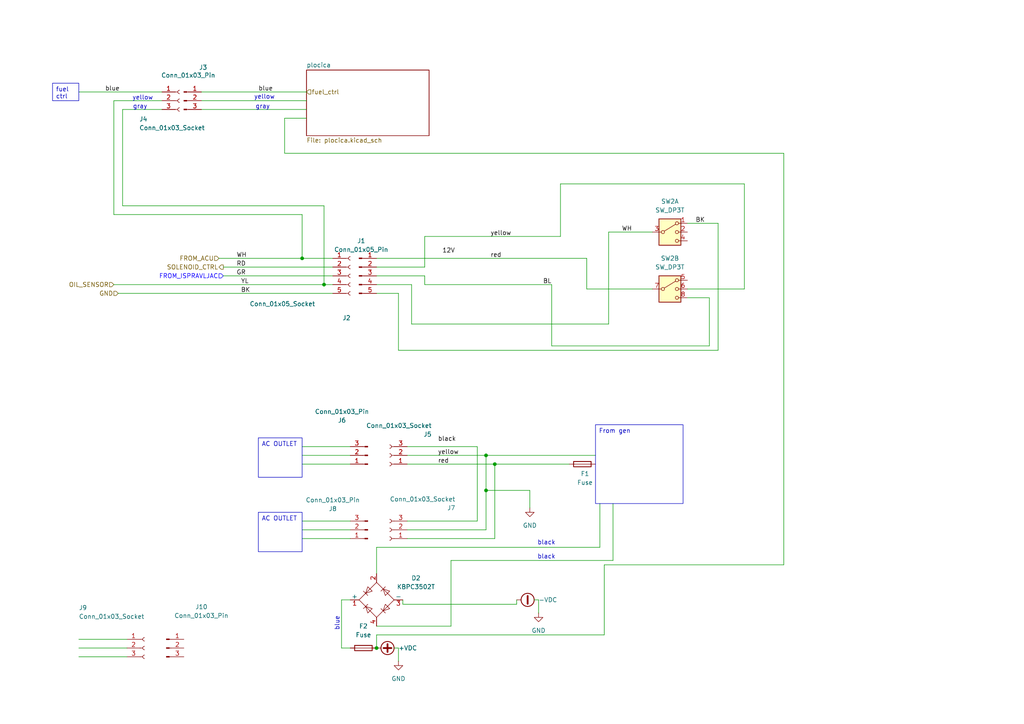
<source format=kicad_sch>
(kicad_sch (version 20231120) (generator "eeschema") (generator_version "8.0")
  (paper "A4")
  (lib_symbols
    (symbol "Connector:Conn_01x03_Pin" (pin_names (offset 1.016) hide)
      (property "Reference" "J" (at 0 5.08 0))
      (property "Value" "Conn_01x03_Pin" (at 0 -5.08 0))
      (symbol "Conn_01x03_Pin_1_1"
        (polyline (pts (xy 1.27 -2.54) (xy 0.8636 -2.54)) (stroke (width 0.1524)))
        (polyline (pts (xy 1.27 0) (xy 0.8636 0)) (stroke (width 0.1524)))
        (polyline (pts (xy 1.27 2.54) (xy 0.8636 2.54)) (stroke (width 0.1524)))
        (rectangle (start 0.8636 -2.413) (end 0 -2.667) (stroke (width 0.1524)) (fill (type outline)))
        (rectangle (start 0.8636 0.127) (end 0 -0.127) (stroke (width 0.1524)) (fill (type outline)))
        (rectangle (start 0.8636 2.667) (end 0 2.413) (stroke (width 0.1524)) (fill (type outline)))
        (pin passive line (at 5.08 2.54 180) (length 3.81) (name "Pin_1") (number "1"))
        (pin passive line (at 5.08 0 180) (length 3.81) (name "Pin_2") (number "2"))
        (pin passive line (at 5.08 -2.54 180) (length 3.81) (name "Pin_3") (number "3"))
      )
    )
    (symbol "Connector:Conn_01x03_Socket" (pin_names (offset 1.016) hide)
      (property "Reference" "J" (at 0 5.08 0))
      (property "Value" "Conn_01x03_Socket" (at 0 -5.08 0))
      (symbol "Conn_01x03_Socket_1_1"
        (arc (start 0 -2.032) (mid -0.5058 -2.54) (end 0 -3.048) (stroke (width 0.1524)))
        (polyline (pts (xy -1.27 -2.54) (xy -0.508 -2.54)) (stroke (width 0.1524)))
        (polyline (pts (xy -1.27 0) (xy -0.508 0)) (stroke (width 0.1524)))
        (polyline (pts (xy -1.27 2.54) (xy -0.508 2.54)) (stroke (width 0.1524)))
        (arc (start 0 0.508) (mid -0.5058 0) (end 0 -0.508) (stroke (width 0.1524)))
        (arc (start 0 3.048) (mid -0.5058 2.54) (end 0 2.032) (stroke (width 0.1524)))
        (pin passive line (at -5.08 2.54 0) (length 3.81) (name "Pin_1") (number "1"))
        (pin passive line (at -5.08 0 0) (length 3.81) (name "Pin_2") (number "2"))
        (pin passive line (at -5.08 -2.54 0) (length 3.81) (name "Pin_3") (number "3"))
      )
    )
    (symbol "Connector:Conn_01x05_Pin" (pin_names (offset 1.016) hide)
      (property "Reference" "J" (at 0 7.62 0))
      (property "Value" "Conn_01x05_Pin" (at 0 -7.62 0))
      (symbol "Conn_01x05_Pin_1_1"
        (polyline (pts (xy 1.27 -5.08) (xy 0.8636 -5.08)) (stroke (width 0.1524)))
        (polyline (pts (xy 1.27 -2.54) (xy 0.8636 -2.54)) (stroke (width 0.1524)))
        (polyline (pts (xy 1.27 0) (xy 0.8636 0)) (stroke (width 0.1524)))
        (polyline (pts (xy 1.27 2.54) (xy 0.8636 2.54)) (stroke (width 0.1524)))
        (polyline (pts (xy 1.27 5.08) (xy 0.8636 5.08)) (stroke (width 0.1524)))
        (rectangle (start 0.8636 -4.953) (end 0 -5.207) (stroke (width 0.1524)) (fill (type outline)))
        (rectangle (start 0.8636 -2.413) (end 0 -2.667) (stroke (width 0.1524)) (fill (type outline)))
        (rectangle (start 0.8636 0.127) (end 0 -0.127) (stroke (width 0.1524)) (fill (type outline)))
        (rectangle (start 0.8636 2.667) (end 0 2.413) (stroke (width 0.1524)) (fill (type outline)))
        (rectangle (start 0.8636 5.207) (end 0 4.953) (stroke (width 0.1524)) (fill (type outline)))
        (pin passive line (at 5.08 5.08 180) (length 3.81) (name "Pin_1") (number "1"))
        (pin passive line (at 5.08 2.54 180) (length 3.81) (name "Pin_2") (number "2"))
        (pin passive line (at 5.08 0 180) (length 3.81) (name "Pin_3") (number "3"))
        (pin passive line (at 5.08 -2.54 180) (length 3.81) (name "Pin_4") (number "4"))
        (pin passive line (at 5.08 -5.08 180) (length 3.81) (name "Pin_5") (number "5"))
      )
    )
    (symbol "Connector:Conn_01x05_Socket" (pin_names (offset 1.016) hide)
      (property "Reference" "J" (at 0 7.62 0))
      (property "Value" "Conn_01x05_Socket" (at 0 -7.62 0))
      (symbol "Conn_01x05_Socket_1_1"
        (arc (start 0 -4.572) (mid -0.5058 -5.08) (end 0 -5.588) (stroke (width 0.1524)))
        (arc (start 0 -2.032) (mid -0.5058 -2.54) (end 0 -3.048) (stroke (width 0.1524)))
        (polyline (pts (xy -1.27 -5.08) (xy -0.508 -5.08)) (stroke (width 0.1524)))
        (polyline (pts (xy -1.27 -2.54) (xy -0.508 -2.54)) (stroke (width 0.1524)))
        (polyline (pts (xy -1.27 0) (xy -0.508 0)) (stroke (width 0.1524)))
        (polyline (pts (xy -1.27 2.54) (xy -0.508 2.54)) (stroke (width 0.1524)))
        (polyline (pts (xy -1.27 5.08) (xy -0.508 5.08)) (stroke (width 0.1524)))
        (arc (start 0 0.508) (mid -0.5058 0) (end 0 -0.508) (stroke (width 0.1524)))
        (arc (start 0 3.048) (mid -0.5058 2.54) (end 0 2.032) (stroke (width 0.1524)))
        (arc (start 0 5.588) (mid -0.5058 5.08) (end 0 4.572) (stroke (width 0.1524)))
        (pin passive line (at -5.08 5.08 0) (length 3.81) (name "Pin_1") (number "1"))
        (pin passive line (at -5.08 2.54 0) (length 3.81) (name "Pin_2") (number "2"))
        (pin passive line (at -5.08 0 0) (length 3.81) (name "Pin_3") (number "3"))
        (pin passive line (at -5.08 -2.54 0) (length 3.81) (name "Pin_4") (number "4"))
        (pin passive line (at -5.08 -5.08 0) (length 3.81) (name "Pin_5") (number "5"))
      )
    )
    (symbol "Device:Fuse" (pin_numbers hide) (pin_names (offset 0))
      (property "Reference" "F" (at 2.032 0 90))
      (property "Value" "Fuse" (at -1.905 0 90))
      (symbol "Fuse_0_1"
        (rectangle (start -0.762 -2.54) (end 0.762 2.54) (stroke (width 0.254)))
        (polyline (pts (xy 0 2.54) (xy 0 -2.54)))
      )
      (symbol "Fuse_1_1"
        (pin passive line (at 0 3.81 270) (length 1.27) (name "~") (number "1"))
        (pin passive line (at 0 -3.81 90) (length 1.27) (name "~") (number "2"))
      )
    )
    (symbol "Diode_Bridge:KBPC3502T" (pin_names (offset 0))
      (property "Reference" "D" (at 7.62 7.62 0))
      (property "Value" "KBPC3502T" (at 7.62 5.08 0))
      (symbol "KBPC3502T_0_1"
        (polyline (pts (xy -2.54 3.81) (xy -1.27 2.54)))
        (polyline (pts (xy -1.27 -2.54) (xy -2.54 -3.81)))
        (polyline (pts (xy 2.54 -1.27) (xy 3.81 -2.54)))
        (polyline (pts (xy 2.54 1.27) (xy 3.81 2.54)))
        (polyline (pts (xy -3.81 2.54) (xy -2.54 1.27) (xy -1.905 3.175) (xy -3.81 2.54)))
        (polyline (pts (xy -2.54 -1.27) (xy -3.81 -2.54) (xy -1.905 -3.175) (xy -2.54 -1.27)))
        (polyline (pts (xy 1.27 2.54) (xy 2.54 3.81) (xy 3.175 1.905) (xy 1.27 2.54)))
        (polyline (pts (xy 3.175 -1.905) (xy 1.27 -2.54) (xy 2.54 -3.81) (xy 3.175 -1.905)))
        (polyline (pts (xy -5.08 0) (xy 0 -5.08) (xy 5.08 0) (xy 0 5.08) (xy -5.08 0)))
      )
      (symbol "KBPC3502T_1_1"
        (pin passive line (at 7.62 0 180) (length 2.54) (name "+") (number "1"))
        (pin passive line (at 0 -7.62 90) (length 2.54) (name "~") (number "2"))
        (pin passive line (at -7.62 0 0) (length 2.54) (name "-") (number "3"))
        (pin passive line (at 0 7.62 270) (length 2.54) (name "~") (number "4"))
      )
    )
    (symbol "Switch:SW_DP3T" (pin_names (offset 0) hide)
      (property "Reference" "SW" (at 0 5.08 0))
      (property "Value" "SW_DP3T" (at 0 -5.08 0))
      (symbol "SW_DP3T_0_1"
        (rectangle (start -3.175 3.81) (end 3.175 -3.81) (stroke (width 0.254)) (fill (type background)))
        (circle (center -2.032 0) (radius 0.4572))
        (polyline (pts (xy -1.651 0.254) (xy 1.651 2.286)))
        (circle (center 2.032 -2.54) (radius 0.4572))
        (circle (center 2.032 0) (radius 0.4572))
        (circle (center 2.032 2.54) (radius 0.4572))
      )
      (symbol "SW_DP3T_1_1"
        (pin passive line (at 5.08 2.54 180) (length 2.54) (name "1") (number "1"))
        (pin passive line (at 5.08 0 180) (length 2.54) (name "2") (number "2"))
        (pin passive line (at -5.08 0 0) (length 2.54) (name "3") (number "3"))
        (pin passive line (at 5.08 -2.54 180) (length 2.54) (name "4") (number "4"))
      )
      (symbol "SW_DP3T_2_1"
        (pin passive line (at 5.08 2.54 180) (length 2.54) (name "5") (number "5"))
        (pin passive line (at 5.08 0 180) (length 2.54) (name "6") (number "6"))
        (pin passive line (at -5.08 0 0) (length 2.54) (name "7") (number "7"))
        (pin passive line (at 5.08 -2.54 180) (length 2.54) (name "8") (number "8"))
      )
    )
    (symbol "power:+VDC" (power) (pin_numbers hide) (pin_names (offset 0) hide)
      (property "Value" "+VDC" (at 0 6.35 0))
      (symbol "+VDC_0_1"
        (polyline (pts (xy -1.143 3.175) (xy 1.143 3.175)) (stroke (width 0.508)))
        (polyline (pts (xy 0 0) (xy 0 1.27)))
        (polyline (pts (xy 0 2.032) (xy 0 4.318)) (stroke (width 0.508)))
        (circle (center 0 3.175) (radius 1.905) (stroke (width 0.254)))
      )
      (symbol "+VDC_1_1"
        (pin power_in line (at 0 0 90) (length 0) (name "~") (number "1"))
      )
    )
    (symbol "power:-VDC" (power) (pin_numbers hide) (pin_names (offset 0) hide)
      (property "Value" "-VDC" (at 0 6.35 0))
      (symbol "-VDC_0_1"
        (polyline (pts (xy -1.143 3.175) (xy 1.143 3.175)) (stroke (width 0.508)))
        (polyline (pts (xy 0 0) (xy 0 1.27)))
        (circle (center 0 3.175) (radius 1.905) (stroke (width 0.254)))
      )
      (symbol "-VDC_1_1"
        (pin power_in line (at 0 0 90) (length 0) (name "~") (number "1"))
      )
    )
    (symbol "power:GND" (power) (pin_numbers hide) (pin_names (offset 0) hide)
      (property "Value" "GND" (at 0 -3.81 0))
      (symbol "GND_0_1"
        (polyline (pts (xy 0 0) (xy 0 -1.27) (xy 1.27 -1.27) (xy 0 -2.54) (xy -1.27 -1.27) (xy 0 -1.27)))
      )
      (symbol "GND_1_1"
        (pin power_in line (at 0 0 270) (length 0) (name "~") (number "1"))
      )
    )
  )
  (junction (at 140.97 142.24))
  (junction (at 143.51 134.62))
  (junction (at 109.22 187.96))
  (junction (at 87.63 74.93))
  (junction (at 93.98 82.55))
  (junction (at 140.97 132.08))
  (wire (pts (xy 114.3 187.96) (xy 115.57 187.96)))
  (wire (pts (xy 87.63 151.13) (xy 101.6 151.13)))
  (wire (pts (xy 33.02 82.55) (xy 93.98 82.55)))
  (wire (pts (xy 140.97 142.24) (xy 153.67 142.24)))
  (wire (pts (xy 154.94 173.99) (xy 156.21 173.99)))
  (wire (pts (xy 162.56 53.34) (xy 215.9 53.34)))
  (wire (pts (xy 22.86 185.42) (xy 36.83 185.42)))
  (wire (pts (xy 87.63 132.08) (xy 101.6 132.08)))
  (wire (pts (xy 99.06 187.96) (xy 101.6 187.96)))
  (wire (pts (xy 87.63 129.54) (xy 101.6 129.54)))
  (wire (pts (xy 109.22 184.15) (xy 175.26 184.15)))
  (wire (pts (xy 140.97 132.08) (xy 172.72 132.08)))
  (wire (pts (xy 22.86 190.5) (xy 36.83 190.5)))
  (wire (pts (xy 176.53 67.31) (xy 189.23 67.31)))
  (wire (pts (xy 101.6 173.99) (xy 99.06 173.99)))
  (wire (pts (xy 215.9 83.82) (xy 199.39 83.82)))
  (wire (pts (xy 123.19 77.47) (xy 123.19 68.58)))
  (wire (pts (xy 177.8 146.05) (xy 177.8 162.56)))
  (wire (pts (xy 177.8 162.56) (xy 130.81 162.56)))
  (wire (pts (xy 160.02 100.33) (xy 205.74 100.33)))
  (wire (pts (xy 149.86 173.99) (xy 149.86 175.26)))
  (wire (pts (xy 175.26 184.15) (xy 175.26 163.83)))
  (wire (pts (xy 93.98 82.55) (xy 96.52 82.55)))
  (wire (pts (xy 46.99 29.21) (xy 33.02 29.21)))
  (wire (pts (xy 138.43 129.54) (xy 118.11 129.54)))
  (wire (pts (xy 215.9 53.34) (xy 215.9 83.82)))
  (wire (pts (xy 82.55 44.45) (xy 82.55 34.29)))
  (wire (pts (xy 87.63 156.21) (xy 101.6 156.21)))
  (wire (pts (xy 115.57 101.6) (xy 115.57 85.09)))
  (wire (pts (xy 87.63 134.62) (xy 101.6 134.62)))
  (wire (pts (xy 115.57 187.96) (xy 115.57 191.77)))
  (wire (pts (xy 35.56 31.75) (xy 35.56 59.69)))
  (wire (pts (xy 123.19 77.47) (xy 109.22 77.47)))
  (wire (pts (xy 109.22 187.96) (xy 109.22 184.15)))
  (wire (pts (xy 64.77 77.47) (xy 96.52 77.47)))
  (wire (pts (xy 46.99 31.75) (xy 35.56 31.75)))
  (wire (pts (xy 173.99 158.75) (xy 109.22 158.75)))
  (wire (pts (xy 160.02 82.55) (xy 160.02 100.33)))
  (wire (pts (xy 33.02 62.23) (xy 87.63 62.23)))
  (wire (pts (xy 205.74 86.36) (xy 199.39 86.36)))
  (wire (pts (xy 116.84 175.26) (xy 116.84 173.99)))
  (wire (pts (xy 109.22 158.75) (xy 109.22 166.37)))
  (wire (pts (xy 153.67 142.24) (xy 153.67 147.32)))
  (wire (pts (xy 58.42 31.75) (xy 88.9 31.75)))
  (wire (pts (xy 170.18 74.93) (xy 170.18 83.82)))
  (wire (pts (xy 118.11 151.13) (xy 138.43 151.13)))
  (wire (pts (xy 58.42 29.21) (xy 88.9 29.21)))
  (wire (pts (xy 156.21 173.99) (xy 156.21 177.8)))
  (wire (pts (xy 130.81 162.56) (xy 130.81 181.61)))
  (wire (pts (xy 173.99 146.05) (xy 173.99 158.75)))
  (wire (pts (xy 34.29 85.09) (xy 96.52 85.09)))
  (wire (pts (xy 99.06 173.99) (xy 99.06 187.96)))
  (wire (pts (xy 82.55 34.29) (xy 88.9 34.29)))
  (wire (pts (xy 143.51 134.62) (xy 165.1 134.62)))
  (wire (pts (xy 118.11 134.62) (xy 143.51 134.62)))
  (wire (pts (xy 22.86 26.67) (xy 46.99 26.67)))
  (wire (pts (xy 170.18 83.82) (xy 189.23 83.82)))
  (wire (pts (xy 63.5 74.93) (xy 87.63 74.93)))
  (wire (pts (xy 64.77 80.01) (xy 96.52 80.01)))
  (wire (pts (xy 140.97 153.67) (xy 118.11 153.67)))
  (wire (pts (xy 119.38 93.98) (xy 176.53 93.98)))
  (wire (pts (xy 93.98 59.69) (xy 93.98 82.55)))
  (wire (pts (xy 143.51 156.21) (xy 118.11 156.21)))
  (wire (pts (xy 130.81 181.61) (xy 109.22 181.61)))
  (wire (pts (xy 140.97 142.24) (xy 140.97 153.67)))
  (wire (pts (xy 115.57 85.09) (xy 109.22 85.09)))
  (wire (pts (xy 118.11 132.08) (xy 140.97 132.08)))
  (wire (pts (xy 199.39 64.77) (xy 208.28 64.77)))
  (wire (pts (xy 162.56 68.58) (xy 162.56 53.34)))
  (wire (pts (xy 176.53 93.98) (xy 176.53 67.31)))
  (wire (pts (xy 227.33 163.83) (xy 227.33 44.45)))
  (wire (pts (xy 58.42 26.67) (xy 88.9 26.67)))
  (wire (pts (xy 208.28 64.77) (xy 208.28 101.6)))
  (wire (pts (xy 35.56 59.69) (xy 93.98 59.69)))
  (wire (pts (xy 87.63 74.93) (xy 96.52 74.93)))
  (wire (pts (xy 123.19 68.58) (xy 162.56 68.58)))
  (wire (pts (xy 33.02 29.21) (xy 33.02 62.23)))
  (wire (pts (xy 205.74 100.33) (xy 205.74 86.36)))
  (wire (pts (xy 87.63 153.67) (xy 101.6 153.67)))
  (wire (pts (xy 140.97 132.08) (xy 140.97 142.24)))
  (wire (pts (xy 22.86 187.96) (xy 36.83 187.96)))
  (wire (pts (xy 109.22 82.55) (xy 119.38 82.55)))
  (wire (pts (xy 119.38 82.55) (xy 119.38 93.98)))
  (wire (pts (xy 208.28 101.6) (xy 115.57 101.6)))
  (wire (pts (xy 109.22 80.01) (xy 123.19 80.01)))
  (wire (pts (xy 123.19 82.55) (xy 123.19 80.01)))
  (wire (pts (xy 123.19 82.55) (xy 160.02 82.55)))
  (wire (pts (xy 143.51 134.62) (xy 143.51 156.21)))
  (wire (pts (xy 227.33 44.45) (xy 82.55 44.45)))
  (wire (pts (xy 87.63 62.23) (xy 87.63 74.93)))
  (wire (pts (xy 138.43 151.13) (xy 138.43 129.54)))
  (wire (pts (xy 149.86 175.26) (xy 116.84 175.26)))
  (wire (pts (xy 109.22 74.93) (xy 170.18 74.93)))
  (wire (pts (xy 175.26 163.83) (xy 227.33 163.83)))
  (text_box "fuel ctrl" (at 15.24 24.13 0) (size 7.62 5.08) (effects (font (size 1.27 1.27)) (justify left top)))
  (text_box "AC OUTLET\n" (at 74.93 127 0) (size 12.7 11.43) (effects (font (size 1.27 1.27)) (justify left top)))
  (text_box "AC OUTLET\n" (at 74.93 148.59 0) (size 12.7 11.43) (effects (font (size 1.27 1.27)) (justify left top)))
  (text_box "From gen\n" (at 172.72 123.19 0) (size 25.4 22.86) (effects (font (size 1.27 1.27)) (justify left top)))
  (text "gray\n" (at 76.2 30.988 0) (effects (font (size 1.27 1.27))))
  (text "yellow\n" (at 76.708 28.194 0) (effects (font (size 1.27 1.27))))
  (text "yellow\n" (at 41.402 28.448 0) (effects (font (size 1.27 1.27))))
  (text "black\n\nblack\n" (at 158.496 159.512 0) (effects (font (size 1.27 1.27))))
  (text "gray\n" (at 40.64 30.988 0) (effects (font (size 1.27 1.27))))
  (text "blue\n" (at 97.79 180.848 90) (effects (font (size 1.27 1.27))))
  (label "yellow" (at 142.24 68.58 0))
  (label "black" (at 127 128.27 0))
  (label "BK" (at 204.47 64.77 180))
  (label "yellow" (at 127 132.08 0))
  (label "RD" (at 68.58 77.47 0))
  (label "YL" (at 69.85 82.55 0))
  (label "12V" (at 128.27 73.66 0))
  (label "blue" (at 30.48 26.67 0))
  (label "WH" (at 180.34 67.31 0))
  (label "blue" (at 74.93 26.67 0))
  (label "red" (at 142.24 74.93 0))
  (label "BL" (at 157.48 82.55 0))
  (label "WH" (at 68.58 74.93 0))
  (label "red" (at 127 134.62 0))
  (label "GR" (at 68.58 80.01 0))
  (label "BK" (at 69.85 85.09 0))
  (hierarchical_label "OIL_SENSOR" (shape input) (at 33.02 82.55 180))
  (hierarchical_label "fuel_ctrl" (shape input) (at 88.9 26.67 0))
  (hierarchical_label "GND" (shape input) (at 34.29 85.09 180))
  (hierarchical_label "SOLENOID_CTRL" (shape output) (at 64.77 77.47 180))
  (hierarchical_label "FROM_ACU" (shape input) (at 63.5 74.93 180))
  (hierarchical_label "FROM_ISPRAVLJAC" (shape input) (at 64.77 80.01 180))
  (symbol (lib_id "Diode_Bridge:KBPC3502T") (at 109.22 173.99 180) (unit 1)
    (property "Reference" "D2" (at 120.65 167.6714 0))
    (property "Value" "KBPC3502T" (at 120.65 170.2114 0))
    (property "Footprint" "Diode_THT:Diode_Bridge_Round_D9.8mm" (effects (hide yes)))
    (property "Datasheet" "https://www.diodemodule.com/bridge-rectifier/kbpc/kbpc3502t.pdf" (effects (hide yes)))
    (property "Description" "Single-Phase Bridge Rectifier, 140V Vrms, 35A If, KBPC-T(FP)" (effects (hide yes)))
  )
  (symbol (lib_id "power:+VDC") (at 109.22 187.96 270) (unit 1)
    (property "Reference" "#PWR04" (effects (hide yes)))
    (property "Value" "+VDC" (at 115.57 187.9599 90) (effects (justify left)))
    (property "Description" "Power symbol creates a global label with name \"+VDC\"" (effects (hide yes)))
  )
  (symbol (lib_id "power:GND") (at 115.57 191.77 0) (unit 1)
    (property "Reference" "#PWR07" (effects (hide yes)))
    (property "Value" "GND" (at 115.57 196.85 0))
    (property "Description" "Power symbol creates a global label with name \"GND\" , ground" (effects (hide yes)))
  )
  (symbol (lib_id "Device:Fuse") (at 105.41 187.96 270) (unit 1)
    (property "Reference" "F2" (at 105.41 181.61 90))
    (property "Value" "Fuse" (at 105.41 184.15 90))
    (property "Description" "Fuse" (effects (hide yes)))
  )
  (symbol (lib_id "Connector:Conn_01x03_Socket") (at 113.03 132.08 180) (unit 1)
    (property "Reference" "J5" (at 125.222 125.984 0) (effects (justify left)))
    (property "Value" "Conn_01x03_Socket" (at 125.222 123.444 0) (effects (justify left)))
    (property "Description" "Generic connector, single row, 01x03, script generated" (effects (hide yes)))
  )
  (symbol (lib_id "Connector:Conn_01x05_Socket") (at 101.6 80.01 0) (unit 1)
    (property "Reference" "J2" (at 99.314 92.202 0) (effects (justify left)))
    (property "Value" "Conn_01x05_Socket" (at 72.39 88.138 0) (effects (justify left)))
    (property "Description" "Generic connector, single row, 01x05, script generated" (effects (hide yes)))
  )
  (symbol (lib_id "power:GND") (at 156.21 177.8 0) (unit 1)
    (property "Reference" "#PWR06" (effects (hide yes)))
    (property "Value" "GND" (at 156.21 182.88 0))
    (property "Description" "Power symbol creates a global label with name \"GND\" , ground" (effects (hide yes)))
  )
  (symbol (lib_id "power:-VDC") (at 149.86 173.99 270) (unit 1)
    (property "Reference" "#PWR05" (effects (hide yes)))
    (property "Value" "-VDC" (at 156.21 173.9899 90) (effects (justify left)))
    (property "Description" "Power symbol creates a global label with name \"-VDC\"" (effects (hide yes)))
  )
  (symbol (lib_id "Connector:Conn_01x03_Pin") (at 48.26 187.96 0) (unit 1)
    (property "Reference" "J10" (at 58.42 176.022 0))
    (property "Value" "Conn_01x03_Pin" (at 58.42 178.562 0))
    (property "Description" "Generic connector, single row, 01x03, script generated" (effects (hide yes)))
  )
  (symbol (lib_id "Device:Fuse") (at 168.91 134.62 90) (unit 1)
    (property "Reference" "F1" (at 169.672 137.414 90))
    (property "Value" "Fuse" (at 169.672 139.954 90))
    (property "Description" "Fuse" (effects (hide yes)))
  )
  (symbol (lib_id "Switch:SW_DP3T") (at 194.31 83.82 0) (unit 2)
    (property "Reference" "SW2" (at 194.31 74.93 0))
    (property "Value" "SW_DP3T" (at 194.31 77.47 0))
    (property "Description" "Switch, three position, dual pole triple throw, 3 position switch, SP3T" (effects (hide yes)))
  )
  (symbol (lib_id "Connector:Conn_01x05_Pin") (at 104.14 80.01 0) (unit 1)
    (property "Reference" "J1" (at 104.775 69.85 0))
    (property "Value" "Conn_01x05_Pin" (at 104.775 72.39 0))
    (property "Description" "Generic connector, single row, 01x05, script generated" (effects (hide yes)))
  )
  (symbol (lib_id "Connector:Conn_01x03_Pin") (at 53.34 29.21 0) (unit 1)
    (property "Reference" "J3" (at 58.928 19.558 0))
    (property "Value" "Conn_01x03_Pin" (at 54.61 21.844 0))
    (property "Description" "Generic connector, single row, 01x03, script generated" (effects (hide yes)))
  )
  (symbol (lib_id "Connector:Conn_01x03_Socket") (at 52.07 29.21 0) (unit 1)
    (property "Reference" "J4" (at 40.386 34.544 0) (effects (justify left)))
    (property "Value" "Conn_01x03_Socket" (at 40.386 37.084 0) (effects (justify left)))
    (property "Description" "Generic connector, single row, 01x03, script generated" (effects (hide yes)))
  )
  (symbol (lib_id "Connector:Conn_01x03_Socket") (at 113.03 153.67 180) (unit 1)
    (property "Reference" "J7" (at 132.08 147.32 0) (effects (justify left)))
    (property "Value" "Conn_01x03_Socket" (at 132.08 144.78 0) (effects (justify left)))
    (property "Description" "Generic connector, single row, 01x03, script generated" (effects (hide yes)))
  )
  (symbol (lib_id "Connector:Conn_01x03_Pin") (at 106.68 153.67 180) (unit 1)
    (property "Reference" "J8" (at 96.52 147.574 0))
    (property "Value" "Conn_01x03_Pin" (at 96.52 145.034 0))
    (property "Description" "Generic connector, single row, 01x03, script generated" (effects (hide yes)))
  )
  (symbol (lib_id "Connector:Conn_01x03_Pin") (at 106.68 132.08 180) (unit 1)
    (property "Reference" "J6" (at 99.187 121.92 0))
    (property "Value" "Conn_01x03_Pin" (at 99.187 119.38 0))
    (property "Description" "Generic connector, single row, 01x03, script generated" (effects (hide yes)))
  )
  (symbol (lib_id "Connector:Conn_01x03_Socket") (at 41.91 187.96 0) (unit 1)
    (property "Reference" "J9" (at 22.86 176.276 0) (effects (justify left)))
    (property "Value" "Conn_01x03_Socket" (at 22.86 178.816 0) (effects (justify left)))
    (property "Description" "Generic connector, single row, 01x03, script generated" (effects (hide yes)))
  )
  (symbol (lib_id "Switch:SW_DP3T") (at 194.31 67.31 0) (unit 1)
    (property "Reference" "SW2" (at 194.31 58.42 0))
    (property "Value" "SW_DP3T" (at 194.31 60.96 0))
    (property "Description" "Switch, three position, dual pole triple throw, 3 position switch, SP3T" (effects (hide yes)))
  )
  (symbol (lib_id "power:GND") (at 153.67 147.32 0) (unit 1)
    (property "Reference" "#PWR08" (effects (hide yes)))
    (property "Value" "GND" (at 153.67 152.4 0))
    (property "Description" "Power symbol creates a global label with name \"GND\" , ground" (effects (hide yes)))
  )
  (sheet (at 88.9 20.32) (size 35.56 19.05) (stroke (width 0.1524))
    (property "Sheetname" "plocica" (at 88.9 19.6084 0) (effects (justify left bottom)))
    (property "Sheetfile" "plocica.kicad_sch" (at 88.9 39.9546 0) (effects (justify left top)))
  )
)
</source>
